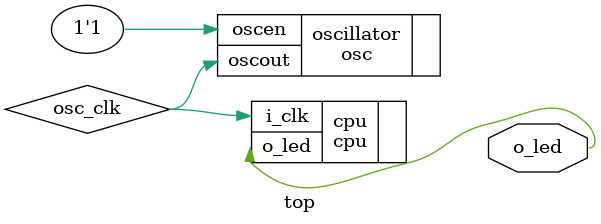
<source format=v>
`default_nettype none

module top(
    output wire o_led
);

wire osc_clk;

osc oscillator(.oscout(osc_clk), .oscen(1'b1));
cpu cpu(.i_clk(osc_clk), .o_led(o_led));

endmodule
</source>
